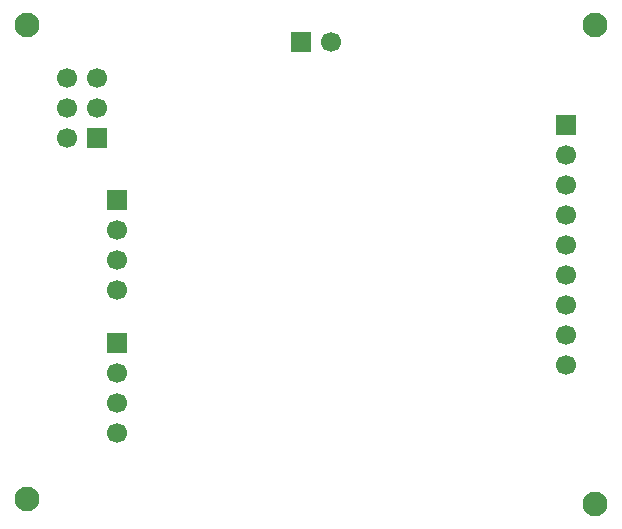
<source format=gbr>
%TF.GenerationSoftware,KiCad,Pcbnew,9.0.1*%
%TF.CreationDate,2025-11-16T15:42:57+03:00*%
%TF.ProjectId,MCU Datalogger wirh 512KB EEPROM,4d435520-4461-4746-916c-6f6767657220,1*%
%TF.SameCoordinates,Original*%
%TF.FileFunction,Soldermask,Bot*%
%TF.FilePolarity,Negative*%
%FSLAX46Y46*%
G04 Gerber Fmt 4.6, Leading zero omitted, Abs format (unit mm)*
G04 Created by KiCad (PCBNEW 9.0.1) date 2025-11-16 15:42:57*
%MOMM*%
%LPD*%
G01*
G04 APERTURE LIST*
%ADD10C,2.100000*%
%ADD11R,1.700000X1.700000*%
%ADD12C,1.700000*%
G04 APERTURE END LIST*
D10*
%TO.C,H3*%
X111658400Y-118795800D03*
%TD*%
D11*
%TO.C,J3*%
X157268500Y-87182100D03*
D12*
X157268500Y-89722100D03*
X157268500Y-92262100D03*
X157268500Y-94802100D03*
X157268500Y-97342100D03*
X157268500Y-99882100D03*
X157268500Y-102422100D03*
X157268500Y-104962100D03*
X157268500Y-107502100D03*
%TD*%
D11*
%TO.C,BT1*%
X134828500Y-80162100D03*
D12*
X137368500Y-80162100D03*
%TD*%
D11*
%TO.C,J1*%
X119293500Y-93492100D03*
D12*
X119293500Y-96032100D03*
X119293500Y-98572100D03*
X119293500Y-101112100D03*
%TD*%
D10*
%TO.C,H2*%
X159715200Y-78714600D03*
%TD*%
%TO.C,H4*%
X159715200Y-119253000D03*
%TD*%
D11*
%TO.C,J4*%
X117593500Y-88287100D03*
D12*
X115053500Y-88287100D03*
X117593500Y-85747100D03*
X115053500Y-85747100D03*
X117593500Y-83207100D03*
X115053500Y-83207100D03*
%TD*%
D10*
%TO.C,H1*%
X111658400Y-78714600D03*
%TD*%
D11*
%TO.C,J2*%
X119293500Y-105627100D03*
D12*
X119293500Y-108167100D03*
X119293500Y-110707100D03*
X119293500Y-113247100D03*
%TD*%
M02*

</source>
